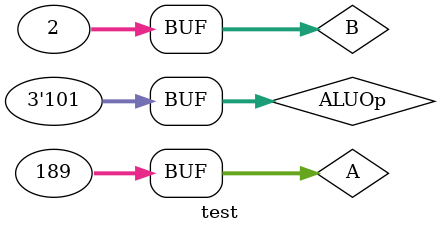
<source format=v>
`timescale 1ns / 1ps


module test;

	// Inputs
	reg [31:0] A;
	reg [31:0] B;
	reg [2:0] ALUOp;

	// Outputs
	wire [31:0] C;

	// Instantiate the Unit Under Test (UUT)
	alu uut (
		.A(A), 
		.B(B), 
		.ALUOp(ALUOp), 
		.C(C)
	);

	initial begin
		// Initialize Inputs
		A = 8'b10111101;
		B = 2;
		ALUOp = 3'b101;

        
		// Add stimulus here

	end
      
endmodule


</source>
